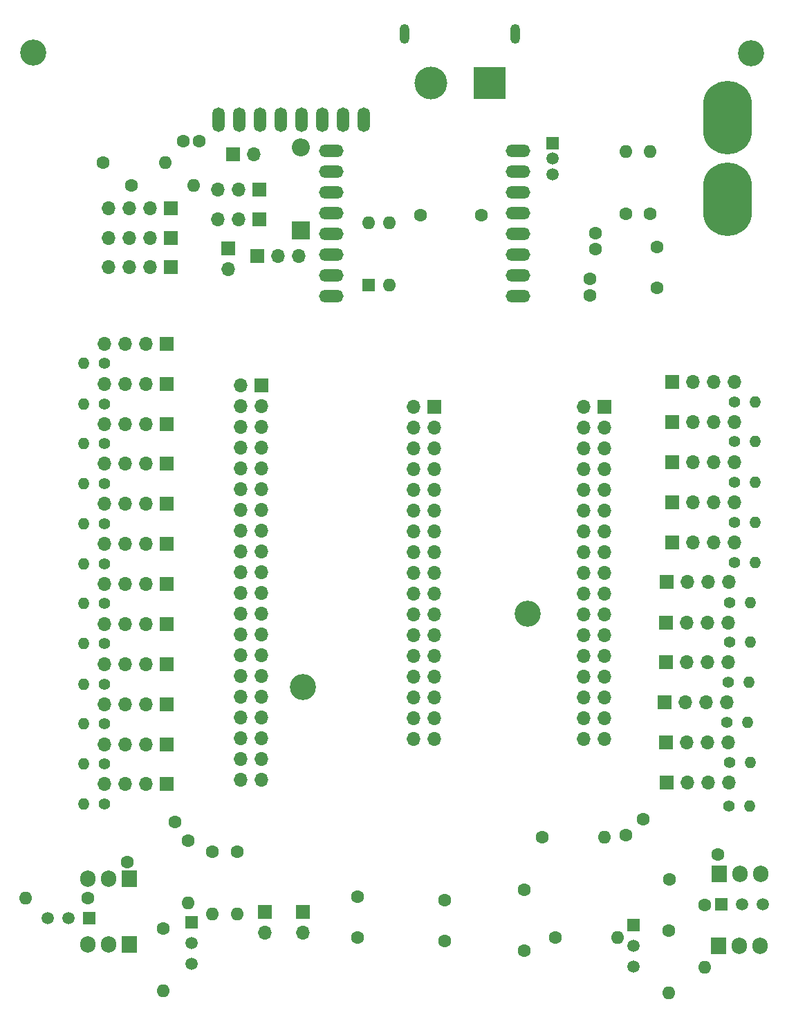
<source format=gbr>
%TF.GenerationSoftware,KiCad,Pcbnew,(6.0.5)*%
%TF.CreationDate,2022-12-18T21:16:11-03:00*%
%TF.ProjectId,HM_CENTRAL-01,484d5f43-454e-4545-9241-4c2d30312e6b,rev?*%
%TF.SameCoordinates,Original*%
%TF.FileFunction,Soldermask,Bot*%
%TF.FilePolarity,Negative*%
%FSLAX46Y46*%
G04 Gerber Fmt 4.6, Leading zero omitted, Abs format (unit mm)*
G04 Created by KiCad (PCBNEW (6.0.5)) date 2022-12-18 21:16:11*
%MOMM*%
%LPD*%
G01*
G04 APERTURE LIST*
G04 Aperture macros list*
%AMHorizOval*
0 Thick line with rounded ends*
0 $1 width*
0 $2 $3 position (X,Y) of the first rounded end (center of the circle)*
0 $4 $5 position (X,Y) of the second rounded end (center of the circle)*
0 Add line between two ends*
20,1,$1,$2,$3,$4,$5,0*
0 Add two circle primitives to create the rounded ends*
1,1,$1,$2,$3*
1,1,$1,$4,$5*%
G04 Aperture macros list end*
%ADD10R,1.700000X1.700000*%
%ADD11O,1.700000X1.700000*%
%ADD12R,4.000000X4.000000*%
%ADD13C,4.000000*%
%ADD14O,1.200000X2.400000*%
%ADD15C,1.600000*%
%ADD16O,1.600000X1.600000*%
%ADD17R,2.200000X2.200000*%
%ADD18O,2.200000X2.200000*%
%ADD19R,1.500000X1.500000*%
%ADD20C,1.500000*%
%ADD21C,3.200000*%
%ADD22R,1.600000X1.600000*%
%ADD23R,1.905000X2.000000*%
%ADD24O,1.905000X2.000000*%
%ADD25HorizOval,1.600000X0.000000X0.000000X0.000000X0.000000X0*%
%ADD26HorizOval,1.600000X0.000000X0.000000X0.000000X0.000000X0*%
%ADD27O,1.500000X3.000000*%
%ADD28C,0.800000*%
%ADD29HorizOval,0.800000X0.000000X0.000000X0.000000X0.000000X0*%
%ADD30HorizOval,0.800000X0.000000X0.000000X0.000000X0.000000X0*%
%ADD31O,6.000000X9.000000*%
%ADD32HorizOval,1.600000X0.000000X0.000000X0.000000X0.000000X0*%
%ADD33C,1.400000*%
%ADD34O,1.400000X1.400000*%
%ADD35O,3.000000X1.500000*%
G04 APERTURE END LIST*
D10*
%TO.C,M14*%
X150600000Y-104900000D03*
D11*
X153140000Y-104900000D03*
X155680000Y-104900000D03*
X158220000Y-104900000D03*
%TD*%
D12*
%TO.C,J1*%
X129100000Y-29165750D03*
D13*
X121900000Y-29165750D03*
D14*
X132250000Y-23165750D03*
X118750000Y-23165750D03*
%TD*%
D10*
%TO.C,J6*%
X100925000Y-42200000D03*
D11*
X98385000Y-42200000D03*
X95845000Y-42200000D03*
%TD*%
D10*
%TO.C,J7*%
X90100000Y-51700000D03*
D11*
X87560000Y-51700000D03*
X85020000Y-51700000D03*
X82480000Y-51700000D03*
%TD*%
D15*
%TO.C,R6*%
X155500000Y-129690000D03*
D16*
X155500000Y-137310000D03*
%TD*%
D10*
%TO.C,M10*%
X89600000Y-61050000D03*
D11*
X87060000Y-61050000D03*
X84520000Y-61050000D03*
X81980000Y-61050000D03*
%TD*%
D10*
%TO.C,M13*%
X89600000Y-105150000D03*
D11*
X87060000Y-105150000D03*
X84520000Y-105150000D03*
X81980000Y-105150000D03*
%TD*%
D10*
%TO.C,M23*%
X89600000Y-85550000D03*
D11*
X87060000Y-85550000D03*
X84520000Y-85550000D03*
X81980000Y-85550000D03*
%TD*%
D10*
%TO.C,J5*%
X90100000Y-44500000D03*
D11*
X87560000Y-44500000D03*
X85020000Y-44500000D03*
X82480000Y-44500000D03*
%TD*%
D17*
%TO.C,D1*%
X106025000Y-47180000D03*
D18*
X106025000Y-37020000D03*
%TD*%
D15*
%TO.C,R4*%
X79910000Y-128900000D03*
D16*
X72290000Y-128900000D03*
%TD*%
D15*
%TO.C,R41*%
X81790000Y-38900000D03*
D16*
X89410000Y-38900000D03*
%TD*%
D19*
%TO.C,Q7*%
X146740000Y-132160000D03*
D20*
X146740000Y-134700000D03*
X146740000Y-137240000D03*
%TD*%
D15*
%TO.C,C5*%
X149600000Y-54200000D03*
X149600000Y-49200000D03*
%TD*%
%TO.C,C7*%
X91600000Y-36300000D03*
X93600000Y-36300000D03*
%TD*%
D10*
%TO.C,M20*%
X150700000Y-109800000D03*
D11*
X153240000Y-109800000D03*
X155780000Y-109800000D03*
X158320000Y-109800000D03*
%TD*%
D15*
%TO.C,R8*%
X89200000Y-132590000D03*
D16*
X89200000Y-140210000D03*
%TD*%
D10*
%TO.C,J2*%
X101210000Y-66180000D03*
D11*
X98670000Y-66180000D03*
X101210000Y-68720000D03*
X98670000Y-68720000D03*
X101210000Y-71260000D03*
X98670000Y-71260000D03*
X101210000Y-73800000D03*
X98670000Y-73800000D03*
X101210000Y-76340000D03*
X98670000Y-76340000D03*
X101210000Y-78880000D03*
X98670000Y-78880000D03*
X101210000Y-81420000D03*
X98670000Y-81420000D03*
X101210000Y-83960000D03*
X98670000Y-83960000D03*
X101210000Y-86500000D03*
X98670000Y-86500000D03*
X101210000Y-89040000D03*
X98670000Y-89040000D03*
X101210000Y-91580000D03*
X98670000Y-91580000D03*
X101210000Y-94120000D03*
X98670000Y-94120000D03*
X101210000Y-96660000D03*
X98670000Y-96660000D03*
X101210000Y-99200000D03*
X98670000Y-99200000D03*
X101210000Y-101740000D03*
X98670000Y-101740000D03*
X101210000Y-104280000D03*
X98670000Y-104280000D03*
X101210000Y-106820000D03*
X98670000Y-106820000D03*
X101210000Y-109360000D03*
X98670000Y-109360000D03*
X101210000Y-111900000D03*
X98670000Y-111900000D03*
X101210000Y-114440000D03*
X98670000Y-114440000D03*
%TD*%
D21*
%TO.C,H3*%
X133800000Y-94100000D03*
%TD*%
D15*
%TO.C,R40*%
X85300000Y-41700000D03*
D16*
X92920000Y-41700000D03*
%TD*%
D10*
%TO.C,M5*%
X150700000Y-95150000D03*
D11*
X153240000Y-95150000D03*
X155780000Y-95150000D03*
X158320000Y-95150000D03*
%TD*%
D22*
%TO.C,SW1*%
X114325000Y-53867500D03*
D16*
X116865000Y-53867500D03*
X116865000Y-46247500D03*
X114325000Y-46247500D03*
%TD*%
D21*
%TO.C,H4*%
X161100000Y-25500000D03*
%TD*%
D15*
%TO.C,C2*%
X141400000Y-55100000D03*
X141400000Y-53100000D03*
%TD*%
D23*
%TO.C,Q6*%
X85040000Y-134555000D03*
D24*
X82500000Y-134555000D03*
X79960000Y-134555000D03*
%TD*%
D15*
%TO.C,R7*%
X95200000Y-123190000D03*
D16*
X95200000Y-130810000D03*
%TD*%
D10*
%TO.C,M2*%
X89600000Y-90450000D03*
D11*
X87060000Y-90450000D03*
X84520000Y-90450000D03*
X81980000Y-90450000D03*
%TD*%
D10*
%TO.C,M8*%
X151480000Y-65750000D03*
D11*
X154020000Y-65750000D03*
X156560000Y-65750000D03*
X159100000Y-65750000D03*
%TD*%
D23*
%TO.C,Q8*%
X157160000Y-134745000D03*
D24*
X159700000Y-134745000D03*
X162240000Y-134745000D03*
%TD*%
D10*
%TO.C,M6*%
X89600000Y-100250000D03*
D11*
X87060000Y-100250000D03*
X84520000Y-100250000D03*
X81980000Y-100250000D03*
%TD*%
D10*
%TO.C,M26*%
X101650000Y-130600000D03*
D11*
X101650000Y-133140000D03*
%TD*%
D15*
%TO.C,R5*%
X135590000Y-121400000D03*
D16*
X143210000Y-121400000D03*
%TD*%
D10*
%TO.C,J4*%
X97100000Y-49400000D03*
D11*
X97100000Y-51940000D03*
%TD*%
D10*
%TO.C,M4*%
X89600000Y-95350000D03*
D11*
X87060000Y-95350000D03*
X84520000Y-95350000D03*
X81980000Y-95350000D03*
%TD*%
D10*
%TO.C,M22*%
X150800000Y-114750000D03*
D11*
X153340000Y-114750000D03*
X155880000Y-114750000D03*
X158420000Y-114750000D03*
%TD*%
D10*
%TO.C,J3*%
X122340000Y-68800000D03*
D11*
X119800000Y-68800000D03*
X122340000Y-71340000D03*
X119800000Y-71340000D03*
X122340000Y-73880000D03*
X119800000Y-73880000D03*
X122340000Y-76420000D03*
X119800000Y-76420000D03*
X122340000Y-78960000D03*
X119800000Y-78960000D03*
X122340000Y-81500000D03*
X119800000Y-81500000D03*
X122340000Y-84040000D03*
X119800000Y-84040000D03*
X122340000Y-86580000D03*
X119800000Y-86580000D03*
X122340000Y-89120000D03*
X119800000Y-89120000D03*
X122340000Y-91660000D03*
X119800000Y-91660000D03*
X122340000Y-94200000D03*
X119800000Y-94200000D03*
X122340000Y-96740000D03*
X119800000Y-96740000D03*
X122340000Y-99280000D03*
X119800000Y-99280000D03*
X122340000Y-101820000D03*
X119800000Y-101820000D03*
X122340000Y-104360000D03*
X119800000Y-104360000D03*
X122340000Y-106900000D03*
X119800000Y-106900000D03*
X122340000Y-109440000D03*
X119800000Y-109440000D03*
%TD*%
D15*
%TO.C,R39*%
X145800000Y-121205923D03*
D25*
X151188154Y-126594077D03*
%TD*%
D10*
%TO.C,J9*%
X90100000Y-48100000D03*
D11*
X87560000Y-48100000D03*
X85020000Y-48100000D03*
X82480000Y-48100000D03*
%TD*%
D10*
%TO.C,J12*%
X143200000Y-68800000D03*
D11*
X140660000Y-68800000D03*
X143200000Y-71340000D03*
X140660000Y-71340000D03*
X143200000Y-73880000D03*
X140660000Y-73880000D03*
X143200000Y-76420000D03*
X140660000Y-76420000D03*
X143200000Y-78960000D03*
X140660000Y-78960000D03*
X143200000Y-81500000D03*
X140660000Y-81500000D03*
X143200000Y-84040000D03*
X140660000Y-84040000D03*
X143200000Y-86580000D03*
X140660000Y-86580000D03*
X143200000Y-89120000D03*
X140660000Y-89120000D03*
X143200000Y-91660000D03*
X140660000Y-91660000D03*
X143200000Y-94200000D03*
X140660000Y-94200000D03*
X143200000Y-96740000D03*
X140660000Y-96740000D03*
X143200000Y-99280000D03*
X140660000Y-99280000D03*
X143200000Y-101820000D03*
X140660000Y-101820000D03*
X143200000Y-104360000D03*
X140660000Y-104360000D03*
X143200000Y-106900000D03*
X140660000Y-106900000D03*
X143200000Y-109440000D03*
X140660000Y-109440000D03*
%TD*%
D10*
%TO.C,M25*%
X106300000Y-130600000D03*
D11*
X106300000Y-133140000D03*
%TD*%
D19*
%TO.C,Q5*%
X92640000Y-131860000D03*
D20*
X92640000Y-134400000D03*
X92640000Y-136940000D03*
%TD*%
D10*
%TO.C,J8*%
X100925000Y-45800000D03*
D11*
X98385000Y-45800000D03*
X95845000Y-45800000D03*
%TD*%
D15*
%TO.C,C1*%
X133400000Y-127850000D03*
X133400000Y-135350000D03*
%TD*%
D10*
%TO.C,M17*%
X89600000Y-80650000D03*
D11*
X87060000Y-80650000D03*
X84520000Y-80650000D03*
X81980000Y-80650000D03*
%TD*%
D15*
%TO.C,R3*%
X98200000Y-123190000D03*
D16*
X98200000Y-130810000D03*
%TD*%
D10*
%TO.C,M16*%
X151480000Y-75550000D03*
D11*
X154020000Y-75550000D03*
X156560000Y-75550000D03*
X159100000Y-75550000D03*
%TD*%
D15*
%TO.C,R38*%
X92200000Y-121890000D03*
D16*
X92200000Y-129510000D03*
%TD*%
D15*
%TO.C,C3*%
X142100000Y-49500000D03*
X142100000Y-47500000D03*
%TD*%
D10*
%TO.C,M15*%
X89600000Y-75750000D03*
D11*
X87060000Y-75750000D03*
X84520000Y-75750000D03*
X81980000Y-75750000D03*
%TD*%
D10*
%TO.C,M7*%
X89600000Y-65950000D03*
D11*
X87060000Y-65950000D03*
X84520000Y-65950000D03*
X81980000Y-65950000D03*
%TD*%
D10*
%TO.C,M3*%
X150800000Y-90200000D03*
D11*
X153340000Y-90200000D03*
X155880000Y-90200000D03*
X158420000Y-90200000D03*
%TD*%
D10*
%TO.C,M12*%
X151480000Y-70650000D03*
D11*
X154020000Y-70650000D03*
X156560000Y-70650000D03*
X159100000Y-70650000D03*
%TD*%
D15*
%TO.C,C4*%
X123600000Y-129100000D03*
X123600000Y-134100000D03*
%TD*%
D10*
%TO.C,M9*%
X150700000Y-100000000D03*
D11*
X153240000Y-100000000D03*
X155780000Y-100000000D03*
X158320000Y-100000000D03*
%TD*%
D15*
%TO.C,R2*%
X147895957Y-119253100D03*
D26*
X157104044Y-123546902D03*
%TD*%
D10*
%TO.C,M11*%
X89600000Y-70850000D03*
D11*
X87060000Y-70850000D03*
X84520000Y-70850000D03*
X81980000Y-70850000D03*
%TD*%
D23*
%TO.C,Q4*%
X157260000Y-125945000D03*
D24*
X159800000Y-125945000D03*
X162340000Y-125945000D03*
%TD*%
D10*
%TO.C,M21*%
X89600000Y-114950000D03*
D11*
X87060000Y-114950000D03*
X84520000Y-114950000D03*
X81980000Y-114950000D03*
%TD*%
D10*
%TO.C,M24*%
X151480000Y-85350000D03*
D11*
X154020000Y-85350000D03*
X156560000Y-85350000D03*
X159100000Y-85350000D03*
%TD*%
D15*
%TO.C,C8*%
X120650000Y-45300000D03*
X128150000Y-45300000D03*
%TD*%
%TO.C,C6*%
X113000000Y-128700000D03*
X113000000Y-133700000D03*
%TD*%
%TO.C,R10*%
X151100000Y-132890000D03*
D16*
X151100000Y-140510000D03*
%TD*%
D27*
%TO.C,U3*%
X111150000Y-33600370D03*
X98450000Y-33600370D03*
X113690000Y-33600370D03*
X100990000Y-33600370D03*
X103530000Y-33600370D03*
X95910000Y-33600370D03*
X106070000Y-33600370D03*
X108610000Y-33600370D03*
%TD*%
D21*
%TO.C,H2*%
X106300000Y-103100000D03*
%TD*%
D19*
%TO.C,U1*%
X136875000Y-36500000D03*
D20*
X136875000Y-38410000D03*
X136875000Y-40320000D03*
D28*
X160325000Y-45410000D03*
D29*
X157645000Y-39460000D03*
D28*
X156615000Y-40210000D03*
X156615000Y-46610000D03*
X156225000Y-45410000D03*
X159935000Y-40210000D03*
X156225000Y-42740000D03*
X160325000Y-41410000D03*
X158905000Y-47360000D03*
D30*
X158905000Y-39460000D03*
D28*
X159935000Y-46610000D03*
X160325000Y-42740000D03*
X156225000Y-44080000D03*
X156225000Y-41410000D03*
D31*
X158275000Y-43410000D03*
D28*
X157645000Y-47360000D03*
X160325000Y-44080000D03*
X156615000Y-30210000D03*
D31*
X158275000Y-33410000D03*
D28*
X159935000Y-36610000D03*
D30*
X157645000Y-37360000D03*
D28*
X160325000Y-31410000D03*
X160325000Y-34080000D03*
X156615000Y-36610000D03*
X156225000Y-35410000D03*
X158905000Y-29460000D03*
X160325000Y-35410000D03*
X156225000Y-31410000D03*
X156225000Y-34080000D03*
D29*
X158905000Y-37360000D03*
D28*
X159935000Y-30210000D03*
X157645000Y-29460000D03*
X160325000Y-32740000D03*
X156225000Y-32740000D03*
%TD*%
D10*
%TO.C,M18*%
X151480000Y-80450000D03*
D11*
X154020000Y-80450000D03*
X156560000Y-80450000D03*
X159100000Y-80450000D03*
%TD*%
D21*
%TO.C,H1*%
X73300000Y-25400000D03*
%TD*%
D23*
%TO.C,Q2*%
X85000000Y-126555000D03*
D24*
X82460000Y-126555000D03*
X79920000Y-126555000D03*
%TD*%
D10*
%TO.C,M19*%
X89600000Y-110050000D03*
D11*
X87060000Y-110050000D03*
X84520000Y-110050000D03*
X81980000Y-110050000D03*
%TD*%
D15*
%TO.C,R1*%
X90600000Y-119600000D03*
D32*
X84762741Y-124498042D03*
%TD*%
D33*
%TO.C,R13*%
X82000000Y-68450000D03*
D34*
X79460000Y-68450000D03*
%TD*%
D15*
%TO.C,R34*%
X145800000Y-45110000D03*
D16*
X145800000Y-37490000D03*
%TD*%
D10*
%TO.C,J10*%
X100700000Y-50300000D03*
D11*
X103240000Y-50300000D03*
X105780000Y-50300000D03*
%TD*%
D35*
%TO.C,M1*%
X132600000Y-55260930D03*
X132600000Y-52720930D03*
X132600000Y-50180930D03*
X132600000Y-47640930D03*
X132600000Y-45100930D03*
X132600000Y-42560930D03*
X132600000Y-40020930D03*
X132600000Y-37480930D03*
X109740000Y-37480930D03*
X109740000Y-40020930D03*
X109740000Y-42560930D03*
X109740000Y-45100930D03*
X109740000Y-47640930D03*
X109740000Y-50180930D03*
X109740000Y-52720930D03*
X109740000Y-55260930D03*
%TD*%
D33*
%TO.C,R21*%
X82000000Y-78150000D03*
D34*
X79460000Y-78150000D03*
%TD*%
D33*
%TO.C,R12*%
X158480000Y-92700000D03*
D34*
X161020000Y-92700000D03*
%TD*%
D33*
%TO.C,R17*%
X82000000Y-73250000D03*
D34*
X79460000Y-73250000D03*
%TD*%
D33*
%TO.C,R32*%
X82000000Y-87950000D03*
D34*
X79460000Y-87950000D03*
%TD*%
D33*
%TO.C,R14*%
X159080000Y-68200000D03*
D34*
X161620000Y-68200000D03*
%TD*%
D33*
%TO.C,R19*%
X82000000Y-102750000D03*
D34*
X79460000Y-102750000D03*
%TD*%
D33*
%TO.C,R33*%
X159080000Y-87800000D03*
D34*
X161620000Y-87800000D03*
%TD*%
D33*
%TO.C,R16*%
X158480000Y-97600000D03*
D34*
X161020000Y-97600000D03*
%TD*%
D33*
%TO.C,R11*%
X82000000Y-92850000D03*
D34*
X79460000Y-92850000D03*
%TD*%
D19*
%TO.C,Q1*%
X80100000Y-131300000D03*
D20*
X77560000Y-131300000D03*
X75020000Y-131300000D03*
%TD*%
D15*
%TO.C,R35*%
X148800000Y-45110000D03*
D16*
X148800000Y-37490000D03*
%TD*%
D33*
%TO.C,R27*%
X159080000Y-82900000D03*
D34*
X161620000Y-82900000D03*
%TD*%
D33*
%TO.C,R18*%
X159080000Y-73000000D03*
D34*
X161620000Y-73000000D03*
%TD*%
D33*
%TO.C,R20*%
X158380000Y-102500000D03*
D34*
X160920000Y-102500000D03*
%TD*%
D33*
%TO.C,R22*%
X159080000Y-78000000D03*
D34*
X161620000Y-78000000D03*
%TD*%
D15*
%TO.C,R9*%
X137190000Y-133700000D03*
D16*
X144810000Y-133700000D03*
%TD*%
D33*
%TO.C,R26*%
X82000000Y-83050000D03*
D34*
X79460000Y-83050000D03*
%TD*%
D33*
%TO.C,R28*%
X82000000Y-112450000D03*
D34*
X79460000Y-112450000D03*
%TD*%
D33*
%TO.C,R24*%
X82000000Y-107550000D03*
D34*
X79460000Y-107550000D03*
%TD*%
D19*
%TO.C,Q3*%
X157460000Y-129660000D03*
D20*
X160000000Y-129660000D03*
X162540000Y-129660000D03*
%TD*%
D33*
%TO.C,R31*%
X158400000Y-117600000D03*
D34*
X160940000Y-117600000D03*
%TD*%
D33*
%TO.C,R29*%
X158480000Y-112300000D03*
D34*
X161020000Y-112300000D03*
%TD*%
D33*
%TO.C,R25*%
X158180000Y-107400000D03*
D34*
X160720000Y-107400000D03*
%TD*%
D10*
%TO.C,J11*%
X97725000Y-37900000D03*
D11*
X100265000Y-37900000D03*
%TD*%
D33*
%TO.C,R15*%
X82000000Y-97750000D03*
D34*
X79460000Y-97750000D03*
%TD*%
D33*
%TO.C,R23*%
X82000000Y-63450000D03*
D34*
X79460000Y-63450000D03*
%TD*%
D33*
%TO.C,R30*%
X82000000Y-117350000D03*
D34*
X79460000Y-117350000D03*
%TD*%
M02*

</source>
